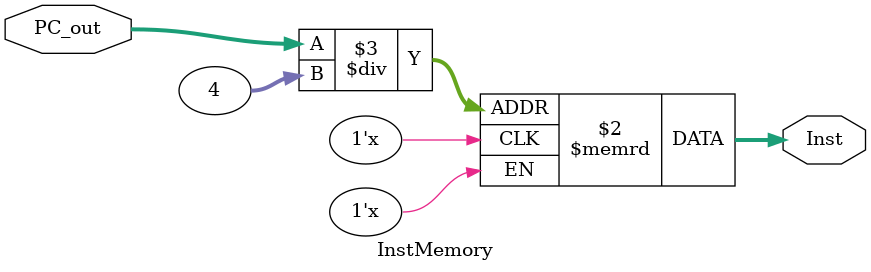
<source format=v>
`timescale 1ns / 1ps


module InstMemory(
    input [31:0] PC_out,
    output reg [31:0] Inst
    );
    
    reg [31:0] instfile[0:1023];
    always @(PC_out)
        Inst = instfile[PC_out/4];

endmodule
</source>
